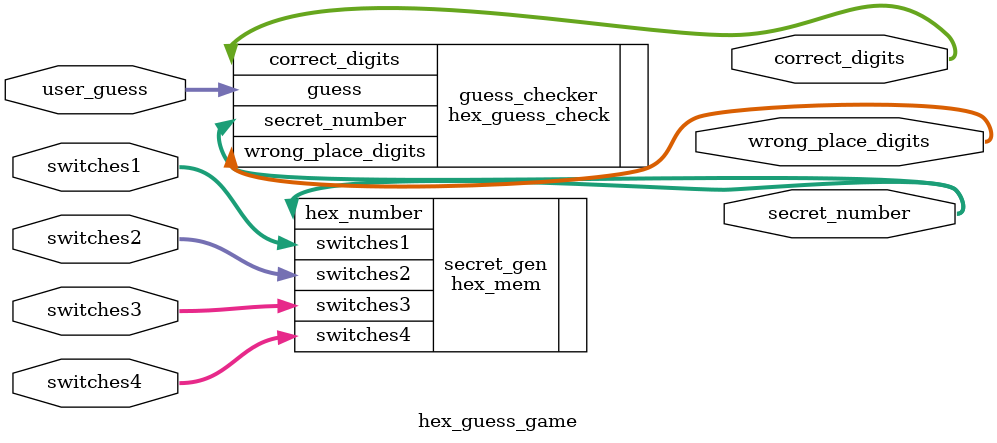
<source format=v>
`timescale 1ns / 1ps


module hex_guess_game (
  input wire [3:0] switches1,
  input wire [3:0] switches2,
  input wire [3:0] switches3,
  input wire [3:0] switches4,
  input wire [15:0] user_guess,
  output wire [15:0] secret_number,
  output wire [3:0] correct_digits,
  output wire [3:0] wrong_place_digits
);

  // Instantiate hex_mem module to generate secret_number
  hex_mem secret_gen (
    .switches1(switches1),
    .switches2(switches2),
    .switches3(switches3),
    .switches4(switches4),
    .hex_number(secret_number)
  );

  // Instantiate hex_guess_check module to check user's guess
  hex_guess_check guess_checker (
    .secret_number(secret_number),
    .guess(user_guess),
    .correct_digits(correct_digits),
    .wrong_place_digits(wrong_place_digits)
  );

endmodule
</source>
